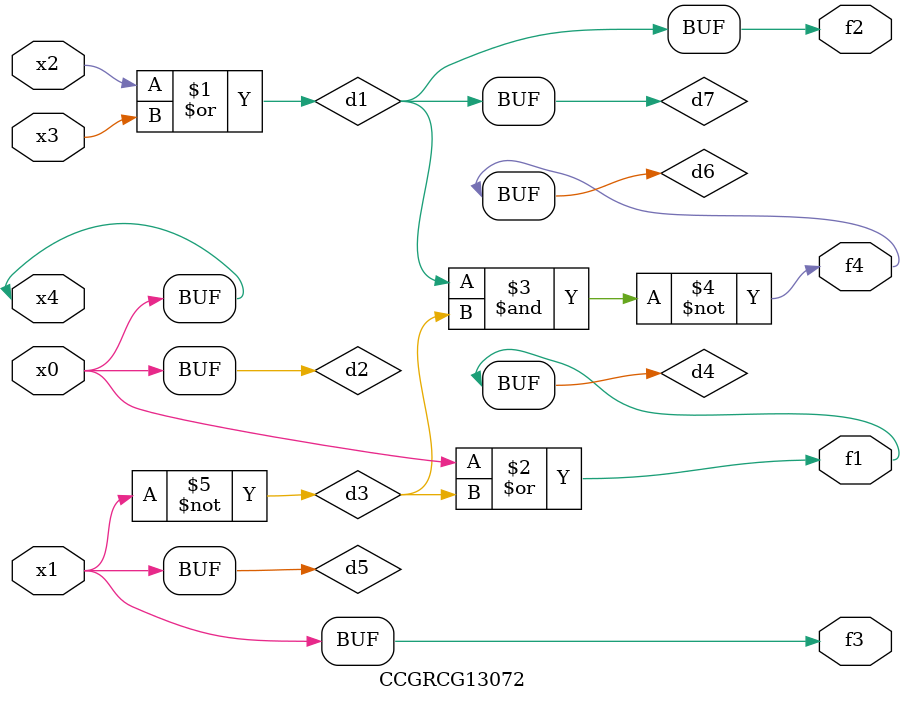
<source format=v>
module CCGRCG13072(
	input x0, x1, x2, x3, x4,
	output f1, f2, f3, f4
);

	wire d1, d2, d3, d4, d5, d6, d7;

	or (d1, x2, x3);
	buf (d2, x0, x4);
	not (d3, x1);
	or (d4, d2, d3);
	not (d5, d3);
	nand (d6, d1, d3);
	or (d7, d1);
	assign f1 = d4;
	assign f2 = d7;
	assign f3 = d5;
	assign f4 = d6;
endmodule

</source>
